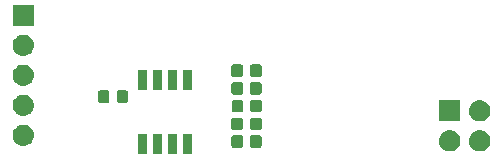
<source format=gbs>
G04 #@! TF.GenerationSoftware,KiCad,Pcbnew,(5.0.2)-1*
G04 #@! TF.CreationDate,2019-01-19T12:13:54+11:00*
G04 #@! TF.ProjectId,WarGames_SAO,57617247-616d-4657-935f-53414f2e6b69,rev?*
G04 #@! TF.SameCoordinates,Original*
G04 #@! TF.FileFunction,Soldermask,Bot*
G04 #@! TF.FilePolarity,Negative*
%FSLAX46Y46*%
G04 Gerber Fmt 4.6, Leading zero omitted, Abs format (unit mm)*
G04 Created by KiCad (PCBNEW (5.0.2)-1) date 19/01/2019 12:13:54*
%MOMM*%
%LPD*%
G01*
G04 APERTURE LIST*
%ADD10C,0.100000*%
G04 APERTURE END LIST*
D10*
G36*
X120346000Y-85626000D02*
X119644000Y-85626000D01*
X119644000Y-83974000D01*
X120346000Y-83974000D01*
X120346000Y-85626000D01*
X120346000Y-85626000D01*
G37*
G36*
X121616000Y-85626000D02*
X120914000Y-85626000D01*
X120914000Y-83974000D01*
X121616000Y-83974000D01*
X121616000Y-85626000D01*
X121616000Y-85626000D01*
G37*
G36*
X124156000Y-85626000D02*
X123454000Y-85626000D01*
X123454000Y-83974000D01*
X124156000Y-83974000D01*
X124156000Y-85626000D01*
X124156000Y-85626000D01*
G37*
G36*
X122886000Y-85626000D02*
X122184000Y-85626000D01*
X122184000Y-83974000D01*
X122886000Y-83974000D01*
X122886000Y-85626000D01*
X122886000Y-85626000D01*
G37*
G36*
X146110443Y-83645519D02*
X146176627Y-83652037D01*
X146289853Y-83686384D01*
X146346467Y-83703557D01*
X146365132Y-83713534D01*
X146502991Y-83787222D01*
X146538729Y-83816552D01*
X146640186Y-83899814D01*
X146723448Y-84001271D01*
X146752778Y-84037009D01*
X146752779Y-84037011D01*
X146836443Y-84193533D01*
X146849515Y-84236627D01*
X146887963Y-84363373D01*
X146905359Y-84540000D01*
X146887963Y-84716627D01*
X146858796Y-84812778D01*
X146836443Y-84886467D01*
X146789003Y-84975220D01*
X146752778Y-85042991D01*
X146723448Y-85078729D01*
X146640186Y-85180186D01*
X146538729Y-85263448D01*
X146502991Y-85292778D01*
X146502989Y-85292779D01*
X146346467Y-85376443D01*
X146289853Y-85393616D01*
X146176627Y-85427963D01*
X146110442Y-85434482D01*
X146044260Y-85441000D01*
X145955740Y-85441000D01*
X145889558Y-85434482D01*
X145823373Y-85427963D01*
X145710147Y-85393616D01*
X145653533Y-85376443D01*
X145497011Y-85292779D01*
X145497009Y-85292778D01*
X145461271Y-85263448D01*
X145359814Y-85180186D01*
X145276552Y-85078729D01*
X145247222Y-85042991D01*
X145210997Y-84975220D01*
X145163557Y-84886467D01*
X145141204Y-84812778D01*
X145112037Y-84716627D01*
X145094641Y-84540000D01*
X145112037Y-84363373D01*
X145150485Y-84236627D01*
X145163557Y-84193533D01*
X145247221Y-84037011D01*
X145247222Y-84037009D01*
X145276552Y-84001271D01*
X145359814Y-83899814D01*
X145461271Y-83816552D01*
X145497009Y-83787222D01*
X145634868Y-83713534D01*
X145653533Y-83703557D01*
X145710147Y-83686384D01*
X145823373Y-83652037D01*
X145889557Y-83645519D01*
X145955740Y-83639000D01*
X146044260Y-83639000D01*
X146110443Y-83645519D01*
X146110443Y-83645519D01*
G37*
G36*
X148650443Y-83645519D02*
X148716627Y-83652037D01*
X148829853Y-83686384D01*
X148886467Y-83703557D01*
X148905132Y-83713534D01*
X149042991Y-83787222D01*
X149078729Y-83816552D01*
X149180186Y-83899814D01*
X149263448Y-84001271D01*
X149292778Y-84037009D01*
X149292779Y-84037011D01*
X149376443Y-84193533D01*
X149389515Y-84236627D01*
X149427963Y-84363373D01*
X149445359Y-84540000D01*
X149427963Y-84716627D01*
X149398796Y-84812778D01*
X149376443Y-84886467D01*
X149329003Y-84975220D01*
X149292778Y-85042991D01*
X149263448Y-85078729D01*
X149180186Y-85180186D01*
X149078729Y-85263448D01*
X149042991Y-85292778D01*
X149042989Y-85292779D01*
X148886467Y-85376443D01*
X148829853Y-85393616D01*
X148716627Y-85427963D01*
X148650442Y-85434482D01*
X148584260Y-85441000D01*
X148495740Y-85441000D01*
X148429558Y-85434482D01*
X148363373Y-85427963D01*
X148250147Y-85393616D01*
X148193533Y-85376443D01*
X148037011Y-85292779D01*
X148037009Y-85292778D01*
X148001271Y-85263448D01*
X147899814Y-85180186D01*
X147816552Y-85078729D01*
X147787222Y-85042991D01*
X147750997Y-84975220D01*
X147703557Y-84886467D01*
X147681204Y-84812778D01*
X147652037Y-84716627D01*
X147634641Y-84540000D01*
X147652037Y-84363373D01*
X147690485Y-84236627D01*
X147703557Y-84193533D01*
X147787221Y-84037011D01*
X147787222Y-84037009D01*
X147816552Y-84001271D01*
X147899814Y-83899814D01*
X148001271Y-83816552D01*
X148037009Y-83787222D01*
X148174868Y-83713534D01*
X148193533Y-83703557D01*
X148250147Y-83686384D01*
X148363373Y-83652037D01*
X148429557Y-83645519D01*
X148495740Y-83639000D01*
X148584260Y-83639000D01*
X148650443Y-83645519D01*
X148650443Y-83645519D01*
G37*
G36*
X129929591Y-84078085D02*
X129963569Y-84088393D01*
X129994887Y-84105133D01*
X130022339Y-84127661D01*
X130044867Y-84155113D01*
X130061607Y-84186431D01*
X130071915Y-84220409D01*
X130076000Y-84261890D01*
X130076000Y-84938110D01*
X130071915Y-84979591D01*
X130061607Y-85013569D01*
X130044867Y-85044887D01*
X130022339Y-85072339D01*
X129994887Y-85094867D01*
X129963569Y-85111607D01*
X129929591Y-85121915D01*
X129888110Y-85126000D01*
X129286890Y-85126000D01*
X129245409Y-85121915D01*
X129211431Y-85111607D01*
X129180113Y-85094867D01*
X129152661Y-85072339D01*
X129130133Y-85044887D01*
X129113393Y-85013569D01*
X129103085Y-84979591D01*
X129099000Y-84938110D01*
X129099000Y-84261890D01*
X129103085Y-84220409D01*
X129113393Y-84186431D01*
X129130133Y-84155113D01*
X129152661Y-84127661D01*
X129180113Y-84105133D01*
X129211431Y-84088393D01*
X129245409Y-84078085D01*
X129286890Y-84074000D01*
X129888110Y-84074000D01*
X129929591Y-84078085D01*
X129929591Y-84078085D01*
G37*
G36*
X128354591Y-84078085D02*
X128388569Y-84088393D01*
X128419887Y-84105133D01*
X128447339Y-84127661D01*
X128469867Y-84155113D01*
X128486607Y-84186431D01*
X128496915Y-84220409D01*
X128501000Y-84261890D01*
X128501000Y-84938110D01*
X128496915Y-84979591D01*
X128486607Y-85013569D01*
X128469867Y-85044887D01*
X128447339Y-85072339D01*
X128419887Y-85094867D01*
X128388569Y-85111607D01*
X128354591Y-85121915D01*
X128313110Y-85126000D01*
X127711890Y-85126000D01*
X127670409Y-85121915D01*
X127636431Y-85111607D01*
X127605113Y-85094867D01*
X127577661Y-85072339D01*
X127555133Y-85044887D01*
X127538393Y-85013569D01*
X127528085Y-84979591D01*
X127524000Y-84938110D01*
X127524000Y-84261890D01*
X127528085Y-84220409D01*
X127538393Y-84186431D01*
X127555133Y-84155113D01*
X127577661Y-84127661D01*
X127605113Y-84105133D01*
X127636431Y-84088393D01*
X127670409Y-84078085D01*
X127711890Y-84074000D01*
X128313110Y-84074000D01*
X128354591Y-84078085D01*
X128354591Y-84078085D01*
G37*
G36*
X110010443Y-83165519D02*
X110076627Y-83172037D01*
X110189853Y-83206384D01*
X110246467Y-83223557D01*
X110385087Y-83297652D01*
X110402991Y-83307222D01*
X110438729Y-83336552D01*
X110540186Y-83419814D01*
X110620311Y-83517448D01*
X110652778Y-83557009D01*
X110652779Y-83557011D01*
X110736443Y-83713533D01*
X110736443Y-83713534D01*
X110787963Y-83883373D01*
X110805359Y-84060000D01*
X110787963Y-84236627D01*
X110763203Y-84318250D01*
X110736443Y-84406467D01*
X110665067Y-84540000D01*
X110652778Y-84562991D01*
X110623448Y-84598729D01*
X110540186Y-84700186D01*
X110438729Y-84783448D01*
X110402991Y-84812778D01*
X110402989Y-84812779D01*
X110246467Y-84896443D01*
X110189853Y-84913616D01*
X110076627Y-84947963D01*
X110010442Y-84954482D01*
X109944260Y-84961000D01*
X109855740Y-84961000D01*
X109789558Y-84954482D01*
X109723373Y-84947963D01*
X109610147Y-84913616D01*
X109553533Y-84896443D01*
X109397011Y-84812779D01*
X109397009Y-84812778D01*
X109361271Y-84783448D01*
X109259814Y-84700186D01*
X109176552Y-84598729D01*
X109147222Y-84562991D01*
X109134933Y-84540000D01*
X109063557Y-84406467D01*
X109036797Y-84318250D01*
X109012037Y-84236627D01*
X108994641Y-84060000D01*
X109012037Y-83883373D01*
X109063557Y-83713534D01*
X109063557Y-83713533D01*
X109147221Y-83557011D01*
X109147222Y-83557009D01*
X109179689Y-83517448D01*
X109259814Y-83419814D01*
X109361271Y-83336552D01*
X109397009Y-83307222D01*
X109414913Y-83297652D01*
X109553533Y-83223557D01*
X109610147Y-83206384D01*
X109723373Y-83172037D01*
X109789557Y-83165519D01*
X109855740Y-83159000D01*
X109944260Y-83159000D01*
X110010443Y-83165519D01*
X110010443Y-83165519D01*
G37*
G36*
X129929591Y-82578085D02*
X129963569Y-82588393D01*
X129994887Y-82605133D01*
X130022339Y-82627661D01*
X130044867Y-82655113D01*
X130061607Y-82686431D01*
X130071915Y-82720409D01*
X130076000Y-82761890D01*
X130076000Y-83438110D01*
X130071915Y-83479591D01*
X130061607Y-83513569D01*
X130044867Y-83544887D01*
X130022339Y-83572339D01*
X129994887Y-83594867D01*
X129963569Y-83611607D01*
X129929591Y-83621915D01*
X129888110Y-83626000D01*
X129286890Y-83626000D01*
X129245409Y-83621915D01*
X129211431Y-83611607D01*
X129180113Y-83594867D01*
X129152661Y-83572339D01*
X129130133Y-83544887D01*
X129113393Y-83513569D01*
X129103085Y-83479591D01*
X129099000Y-83438110D01*
X129099000Y-82761890D01*
X129103085Y-82720409D01*
X129113393Y-82686431D01*
X129130133Y-82655113D01*
X129152661Y-82627661D01*
X129180113Y-82605133D01*
X129211431Y-82588393D01*
X129245409Y-82578085D01*
X129286890Y-82574000D01*
X129888110Y-82574000D01*
X129929591Y-82578085D01*
X129929591Y-82578085D01*
G37*
G36*
X128354591Y-82578085D02*
X128388569Y-82588393D01*
X128419887Y-82605133D01*
X128447339Y-82627661D01*
X128469867Y-82655113D01*
X128486607Y-82686431D01*
X128496915Y-82720409D01*
X128501000Y-82761890D01*
X128501000Y-83438110D01*
X128496915Y-83479591D01*
X128486607Y-83513569D01*
X128469867Y-83544887D01*
X128447339Y-83572339D01*
X128419887Y-83594867D01*
X128388569Y-83611607D01*
X128354591Y-83621915D01*
X128313110Y-83626000D01*
X127711890Y-83626000D01*
X127670409Y-83621915D01*
X127636431Y-83611607D01*
X127605113Y-83594867D01*
X127577661Y-83572339D01*
X127555133Y-83544887D01*
X127538393Y-83513569D01*
X127528085Y-83479591D01*
X127524000Y-83438110D01*
X127524000Y-82761890D01*
X127528085Y-82720409D01*
X127538393Y-82686431D01*
X127555133Y-82655113D01*
X127577661Y-82627661D01*
X127605113Y-82605133D01*
X127636431Y-82588393D01*
X127670409Y-82578085D01*
X127711890Y-82574000D01*
X128313110Y-82574000D01*
X128354591Y-82578085D01*
X128354591Y-82578085D01*
G37*
G36*
X148650443Y-81105519D02*
X148716627Y-81112037D01*
X148829853Y-81146384D01*
X148886467Y-81163557D01*
X148980031Y-81213569D01*
X149042991Y-81247222D01*
X149071476Y-81270599D01*
X149180186Y-81359814D01*
X149263448Y-81461271D01*
X149292778Y-81497009D01*
X149292779Y-81497011D01*
X149376443Y-81653533D01*
X149389515Y-81696627D01*
X149427963Y-81823373D01*
X149445359Y-82000000D01*
X149427963Y-82176627D01*
X149398796Y-82272778D01*
X149376443Y-82346467D01*
X149302348Y-82485087D01*
X149292778Y-82502991D01*
X149263448Y-82538729D01*
X149180186Y-82640186D01*
X149078729Y-82723448D01*
X149042991Y-82752778D01*
X149042989Y-82752779D01*
X148886467Y-82836443D01*
X148829853Y-82853616D01*
X148716627Y-82887963D01*
X148650443Y-82894481D01*
X148584260Y-82901000D01*
X148495740Y-82901000D01*
X148429557Y-82894481D01*
X148363373Y-82887963D01*
X148250147Y-82853616D01*
X148193533Y-82836443D01*
X148037011Y-82752779D01*
X148037009Y-82752778D01*
X148001271Y-82723448D01*
X147899814Y-82640186D01*
X147816552Y-82538729D01*
X147787222Y-82502991D01*
X147777652Y-82485087D01*
X147703557Y-82346467D01*
X147681204Y-82272778D01*
X147652037Y-82176627D01*
X147634641Y-82000000D01*
X147652037Y-81823373D01*
X147690485Y-81696627D01*
X147703557Y-81653533D01*
X147787221Y-81497011D01*
X147787222Y-81497009D01*
X147816552Y-81461271D01*
X147899814Y-81359814D01*
X148008524Y-81270599D01*
X148037009Y-81247222D01*
X148099969Y-81213569D01*
X148193533Y-81163557D01*
X148250147Y-81146384D01*
X148363373Y-81112037D01*
X148429557Y-81105519D01*
X148495740Y-81099000D01*
X148584260Y-81099000D01*
X148650443Y-81105519D01*
X148650443Y-81105519D01*
G37*
G36*
X146901000Y-82901000D02*
X145099000Y-82901000D01*
X145099000Y-81099000D01*
X146901000Y-81099000D01*
X146901000Y-82901000D01*
X146901000Y-82901000D01*
G37*
G36*
X110010442Y-80625518D02*
X110076627Y-80632037D01*
X110189853Y-80666384D01*
X110246467Y-80683557D01*
X110385087Y-80757652D01*
X110402991Y-80767222D01*
X110438729Y-80796552D01*
X110540186Y-80879814D01*
X110623448Y-80981271D01*
X110652778Y-81017009D01*
X110652779Y-81017011D01*
X110736443Y-81173533D01*
X110749764Y-81217448D01*
X110787963Y-81343373D01*
X110805359Y-81520000D01*
X110787963Y-81696627D01*
X110753616Y-81809853D01*
X110736443Y-81866467D01*
X110698148Y-81938110D01*
X110652778Y-82022991D01*
X110634808Y-82044887D01*
X110540186Y-82160186D01*
X110438729Y-82243448D01*
X110402991Y-82272778D01*
X110402989Y-82272779D01*
X110246467Y-82356443D01*
X110189853Y-82373616D01*
X110076627Y-82407963D01*
X110010443Y-82414481D01*
X109944260Y-82421000D01*
X109855740Y-82421000D01*
X109789557Y-82414481D01*
X109723373Y-82407963D01*
X109610147Y-82373616D01*
X109553533Y-82356443D01*
X109397011Y-82272779D01*
X109397009Y-82272778D01*
X109361271Y-82243448D01*
X109259814Y-82160186D01*
X109165192Y-82044887D01*
X109147222Y-82022991D01*
X109101852Y-81938110D01*
X109063557Y-81866467D01*
X109046384Y-81809853D01*
X109012037Y-81696627D01*
X108994641Y-81520000D01*
X109012037Y-81343373D01*
X109050236Y-81217448D01*
X109063557Y-81173533D01*
X109147221Y-81017011D01*
X109147222Y-81017009D01*
X109176552Y-80981271D01*
X109259814Y-80879814D01*
X109361271Y-80796552D01*
X109397009Y-80767222D01*
X109414913Y-80757652D01*
X109553533Y-80683557D01*
X109610147Y-80666384D01*
X109723373Y-80632037D01*
X109789558Y-80625518D01*
X109855740Y-80619000D01*
X109944260Y-80619000D01*
X110010442Y-80625518D01*
X110010442Y-80625518D01*
G37*
G36*
X128367091Y-81078085D02*
X128401069Y-81088393D01*
X128432387Y-81105133D01*
X128459839Y-81127661D01*
X128482367Y-81155113D01*
X128499107Y-81186431D01*
X128509415Y-81220409D01*
X128513500Y-81261890D01*
X128513500Y-81938110D01*
X128509415Y-81979591D01*
X128499107Y-82013569D01*
X128482367Y-82044887D01*
X128459839Y-82072339D01*
X128432387Y-82094867D01*
X128401069Y-82111607D01*
X128367091Y-82121915D01*
X128325610Y-82126000D01*
X127724390Y-82126000D01*
X127682909Y-82121915D01*
X127648931Y-82111607D01*
X127617613Y-82094867D01*
X127590161Y-82072339D01*
X127567633Y-82044887D01*
X127550893Y-82013569D01*
X127540585Y-81979591D01*
X127536500Y-81938110D01*
X127536500Y-81261890D01*
X127540585Y-81220409D01*
X127550893Y-81186431D01*
X127567633Y-81155113D01*
X127590161Y-81127661D01*
X127617613Y-81105133D01*
X127648931Y-81088393D01*
X127682909Y-81078085D01*
X127724390Y-81074000D01*
X128325610Y-81074000D01*
X128367091Y-81078085D01*
X128367091Y-81078085D01*
G37*
G36*
X129942091Y-81078085D02*
X129976069Y-81088393D01*
X130007387Y-81105133D01*
X130034839Y-81127661D01*
X130057367Y-81155113D01*
X130074107Y-81186431D01*
X130084415Y-81220409D01*
X130088500Y-81261890D01*
X130088500Y-81938110D01*
X130084415Y-81979591D01*
X130074107Y-82013569D01*
X130057367Y-82044887D01*
X130034839Y-82072339D01*
X130007387Y-82094867D01*
X129976069Y-82111607D01*
X129942091Y-82121915D01*
X129900610Y-82126000D01*
X129299390Y-82126000D01*
X129257909Y-82121915D01*
X129223931Y-82111607D01*
X129192613Y-82094867D01*
X129165161Y-82072339D01*
X129142633Y-82044887D01*
X129125893Y-82013569D01*
X129115585Y-81979591D01*
X129111500Y-81938110D01*
X129111500Y-81261890D01*
X129115585Y-81220409D01*
X129125893Y-81186431D01*
X129142633Y-81155113D01*
X129165161Y-81127661D01*
X129192613Y-81105133D01*
X129223931Y-81088393D01*
X129257909Y-81078085D01*
X129299390Y-81074000D01*
X129900610Y-81074000D01*
X129942091Y-81078085D01*
X129942091Y-81078085D01*
G37*
G36*
X118629591Y-80278085D02*
X118663569Y-80288393D01*
X118694887Y-80305133D01*
X118722339Y-80327661D01*
X118744867Y-80355113D01*
X118761607Y-80386431D01*
X118771915Y-80420409D01*
X118776000Y-80461890D01*
X118776000Y-81138110D01*
X118771915Y-81179591D01*
X118761607Y-81213569D01*
X118744867Y-81244887D01*
X118722339Y-81272339D01*
X118694887Y-81294867D01*
X118663569Y-81311607D01*
X118629591Y-81321915D01*
X118588110Y-81326000D01*
X117986890Y-81326000D01*
X117945409Y-81321915D01*
X117911431Y-81311607D01*
X117880113Y-81294867D01*
X117852661Y-81272339D01*
X117830133Y-81244887D01*
X117813393Y-81213569D01*
X117803085Y-81179591D01*
X117799000Y-81138110D01*
X117799000Y-80461890D01*
X117803085Y-80420409D01*
X117813393Y-80386431D01*
X117830133Y-80355113D01*
X117852661Y-80327661D01*
X117880113Y-80305133D01*
X117911431Y-80288393D01*
X117945409Y-80278085D01*
X117986890Y-80274000D01*
X118588110Y-80274000D01*
X118629591Y-80278085D01*
X118629591Y-80278085D01*
G37*
G36*
X117054591Y-80278085D02*
X117088569Y-80288393D01*
X117119887Y-80305133D01*
X117147339Y-80327661D01*
X117169867Y-80355113D01*
X117186607Y-80386431D01*
X117196915Y-80420409D01*
X117201000Y-80461890D01*
X117201000Y-81138110D01*
X117196915Y-81179591D01*
X117186607Y-81213569D01*
X117169867Y-81244887D01*
X117147339Y-81272339D01*
X117119887Y-81294867D01*
X117088569Y-81311607D01*
X117054591Y-81321915D01*
X117013110Y-81326000D01*
X116411890Y-81326000D01*
X116370409Y-81321915D01*
X116336431Y-81311607D01*
X116305113Y-81294867D01*
X116277661Y-81272339D01*
X116255133Y-81244887D01*
X116238393Y-81213569D01*
X116228085Y-81179591D01*
X116224000Y-81138110D01*
X116224000Y-80461890D01*
X116228085Y-80420409D01*
X116238393Y-80386431D01*
X116255133Y-80355113D01*
X116277661Y-80327661D01*
X116305113Y-80305133D01*
X116336431Y-80288393D01*
X116370409Y-80278085D01*
X116411890Y-80274000D01*
X117013110Y-80274000D01*
X117054591Y-80278085D01*
X117054591Y-80278085D01*
G37*
G36*
X128354591Y-79578085D02*
X128388569Y-79588393D01*
X128419887Y-79605133D01*
X128447339Y-79627661D01*
X128469867Y-79655113D01*
X128486607Y-79686431D01*
X128496915Y-79720409D01*
X128501000Y-79761890D01*
X128501000Y-80438110D01*
X128496915Y-80479591D01*
X128486607Y-80513569D01*
X128469867Y-80544887D01*
X128447339Y-80572339D01*
X128419887Y-80594867D01*
X128388569Y-80611607D01*
X128354591Y-80621915D01*
X128313110Y-80626000D01*
X127711890Y-80626000D01*
X127670409Y-80621915D01*
X127636431Y-80611607D01*
X127605113Y-80594867D01*
X127577661Y-80572339D01*
X127555133Y-80544887D01*
X127538393Y-80513569D01*
X127528085Y-80479591D01*
X127524000Y-80438110D01*
X127524000Y-79761890D01*
X127528085Y-79720409D01*
X127538393Y-79686431D01*
X127555133Y-79655113D01*
X127577661Y-79627661D01*
X127605113Y-79605133D01*
X127636431Y-79588393D01*
X127670409Y-79578085D01*
X127711890Y-79574000D01*
X128313110Y-79574000D01*
X128354591Y-79578085D01*
X128354591Y-79578085D01*
G37*
G36*
X129929591Y-79578085D02*
X129963569Y-79588393D01*
X129994887Y-79605133D01*
X130022339Y-79627661D01*
X130044867Y-79655113D01*
X130061607Y-79686431D01*
X130071915Y-79720409D01*
X130076000Y-79761890D01*
X130076000Y-80438110D01*
X130071915Y-80479591D01*
X130061607Y-80513569D01*
X130044867Y-80544887D01*
X130022339Y-80572339D01*
X129994887Y-80594867D01*
X129963569Y-80611607D01*
X129929591Y-80621915D01*
X129888110Y-80626000D01*
X129286890Y-80626000D01*
X129245409Y-80621915D01*
X129211431Y-80611607D01*
X129180113Y-80594867D01*
X129152661Y-80572339D01*
X129130133Y-80544887D01*
X129113393Y-80513569D01*
X129103085Y-80479591D01*
X129099000Y-80438110D01*
X129099000Y-79761890D01*
X129103085Y-79720409D01*
X129113393Y-79686431D01*
X129130133Y-79655113D01*
X129152661Y-79627661D01*
X129180113Y-79605133D01*
X129211431Y-79588393D01*
X129245409Y-79578085D01*
X129286890Y-79574000D01*
X129888110Y-79574000D01*
X129929591Y-79578085D01*
X129929591Y-79578085D01*
G37*
G36*
X122886000Y-80226000D02*
X122184000Y-80226000D01*
X122184000Y-78574000D01*
X122886000Y-78574000D01*
X122886000Y-80226000D01*
X122886000Y-80226000D01*
G37*
G36*
X124156000Y-80226000D02*
X123454000Y-80226000D01*
X123454000Y-78574000D01*
X124156000Y-78574000D01*
X124156000Y-80226000D01*
X124156000Y-80226000D01*
G37*
G36*
X121616000Y-80226000D02*
X120914000Y-80226000D01*
X120914000Y-78574000D01*
X121616000Y-78574000D01*
X121616000Y-80226000D01*
X121616000Y-80226000D01*
G37*
G36*
X120346000Y-80226000D02*
X119644000Y-80226000D01*
X119644000Y-78574000D01*
X120346000Y-78574000D01*
X120346000Y-80226000D01*
X120346000Y-80226000D01*
G37*
G36*
X110010442Y-78085518D02*
X110076627Y-78092037D01*
X110189853Y-78126384D01*
X110246467Y-78143557D01*
X110268086Y-78155113D01*
X110402991Y-78227222D01*
X110438729Y-78256552D01*
X110540186Y-78339814D01*
X110623448Y-78441271D01*
X110652778Y-78477009D01*
X110652779Y-78477011D01*
X110736443Y-78633533D01*
X110736443Y-78633534D01*
X110787963Y-78803373D01*
X110805359Y-78980000D01*
X110787963Y-79156627D01*
X110753616Y-79269853D01*
X110736443Y-79326467D01*
X110662348Y-79465087D01*
X110652778Y-79482991D01*
X110623448Y-79518729D01*
X110540186Y-79620186D01*
X110459465Y-79686431D01*
X110402991Y-79732778D01*
X110402989Y-79732779D01*
X110246467Y-79816443D01*
X110189853Y-79833616D01*
X110076627Y-79867963D01*
X110010442Y-79874482D01*
X109944260Y-79881000D01*
X109855740Y-79881000D01*
X109789558Y-79874482D01*
X109723373Y-79867963D01*
X109610147Y-79833616D01*
X109553533Y-79816443D01*
X109397011Y-79732779D01*
X109397009Y-79732778D01*
X109340535Y-79686431D01*
X109259814Y-79620186D01*
X109176552Y-79518729D01*
X109147222Y-79482991D01*
X109137652Y-79465087D01*
X109063557Y-79326467D01*
X109046384Y-79269853D01*
X109012037Y-79156627D01*
X108994641Y-78980000D01*
X109012037Y-78803373D01*
X109063557Y-78633534D01*
X109063557Y-78633533D01*
X109147221Y-78477011D01*
X109147222Y-78477009D01*
X109176552Y-78441271D01*
X109259814Y-78339814D01*
X109361271Y-78256552D01*
X109397009Y-78227222D01*
X109531914Y-78155113D01*
X109553533Y-78143557D01*
X109610147Y-78126384D01*
X109723373Y-78092037D01*
X109789558Y-78085518D01*
X109855740Y-78079000D01*
X109944260Y-78079000D01*
X110010442Y-78085518D01*
X110010442Y-78085518D01*
G37*
G36*
X128354591Y-78078085D02*
X128388569Y-78088393D01*
X128419887Y-78105133D01*
X128447339Y-78127661D01*
X128469867Y-78155113D01*
X128486607Y-78186431D01*
X128496915Y-78220409D01*
X128501000Y-78261890D01*
X128501000Y-78938110D01*
X128496915Y-78979591D01*
X128486607Y-79013569D01*
X128469867Y-79044887D01*
X128447339Y-79072339D01*
X128419887Y-79094867D01*
X128388569Y-79111607D01*
X128354591Y-79121915D01*
X128313110Y-79126000D01*
X127711890Y-79126000D01*
X127670409Y-79121915D01*
X127636431Y-79111607D01*
X127605113Y-79094867D01*
X127577661Y-79072339D01*
X127555133Y-79044887D01*
X127538393Y-79013569D01*
X127528085Y-78979591D01*
X127524000Y-78938110D01*
X127524000Y-78261890D01*
X127528085Y-78220409D01*
X127538393Y-78186431D01*
X127555133Y-78155113D01*
X127577661Y-78127661D01*
X127605113Y-78105133D01*
X127636431Y-78088393D01*
X127670409Y-78078085D01*
X127711890Y-78074000D01*
X128313110Y-78074000D01*
X128354591Y-78078085D01*
X128354591Y-78078085D01*
G37*
G36*
X129929591Y-78078085D02*
X129963569Y-78088393D01*
X129994887Y-78105133D01*
X130022339Y-78127661D01*
X130044867Y-78155113D01*
X130061607Y-78186431D01*
X130071915Y-78220409D01*
X130076000Y-78261890D01*
X130076000Y-78938110D01*
X130071915Y-78979591D01*
X130061607Y-79013569D01*
X130044867Y-79044887D01*
X130022339Y-79072339D01*
X129994887Y-79094867D01*
X129963569Y-79111607D01*
X129929591Y-79121915D01*
X129888110Y-79126000D01*
X129286890Y-79126000D01*
X129245409Y-79121915D01*
X129211431Y-79111607D01*
X129180113Y-79094867D01*
X129152661Y-79072339D01*
X129130133Y-79044887D01*
X129113393Y-79013569D01*
X129103085Y-78979591D01*
X129099000Y-78938110D01*
X129099000Y-78261890D01*
X129103085Y-78220409D01*
X129113393Y-78186431D01*
X129130133Y-78155113D01*
X129152661Y-78127661D01*
X129180113Y-78105133D01*
X129211431Y-78088393D01*
X129245409Y-78078085D01*
X129286890Y-78074000D01*
X129888110Y-78074000D01*
X129929591Y-78078085D01*
X129929591Y-78078085D01*
G37*
G36*
X110010442Y-75545518D02*
X110076627Y-75552037D01*
X110189853Y-75586384D01*
X110246467Y-75603557D01*
X110385087Y-75677652D01*
X110402991Y-75687222D01*
X110438729Y-75716552D01*
X110540186Y-75799814D01*
X110623448Y-75901271D01*
X110652778Y-75937009D01*
X110652779Y-75937011D01*
X110736443Y-76093533D01*
X110736443Y-76093534D01*
X110787963Y-76263373D01*
X110805359Y-76440000D01*
X110787963Y-76616627D01*
X110753616Y-76729853D01*
X110736443Y-76786467D01*
X110662348Y-76925087D01*
X110652778Y-76942991D01*
X110623448Y-76978729D01*
X110540186Y-77080186D01*
X110438729Y-77163448D01*
X110402991Y-77192778D01*
X110402989Y-77192779D01*
X110246467Y-77276443D01*
X110189853Y-77293616D01*
X110076627Y-77327963D01*
X110010442Y-77334482D01*
X109944260Y-77341000D01*
X109855740Y-77341000D01*
X109789558Y-77334482D01*
X109723373Y-77327963D01*
X109610147Y-77293616D01*
X109553533Y-77276443D01*
X109397011Y-77192779D01*
X109397009Y-77192778D01*
X109361271Y-77163448D01*
X109259814Y-77080186D01*
X109176552Y-76978729D01*
X109147222Y-76942991D01*
X109137652Y-76925087D01*
X109063557Y-76786467D01*
X109046384Y-76729853D01*
X109012037Y-76616627D01*
X108994641Y-76440000D01*
X109012037Y-76263373D01*
X109063557Y-76093534D01*
X109063557Y-76093533D01*
X109147221Y-75937011D01*
X109147222Y-75937009D01*
X109176552Y-75901271D01*
X109259814Y-75799814D01*
X109361271Y-75716552D01*
X109397009Y-75687222D01*
X109414913Y-75677652D01*
X109553533Y-75603557D01*
X109610147Y-75586384D01*
X109723373Y-75552037D01*
X109789558Y-75545518D01*
X109855740Y-75539000D01*
X109944260Y-75539000D01*
X110010442Y-75545518D01*
X110010442Y-75545518D01*
G37*
G36*
X110801000Y-74801000D02*
X108999000Y-74801000D01*
X108999000Y-72999000D01*
X110801000Y-72999000D01*
X110801000Y-74801000D01*
X110801000Y-74801000D01*
G37*
M02*

</source>
